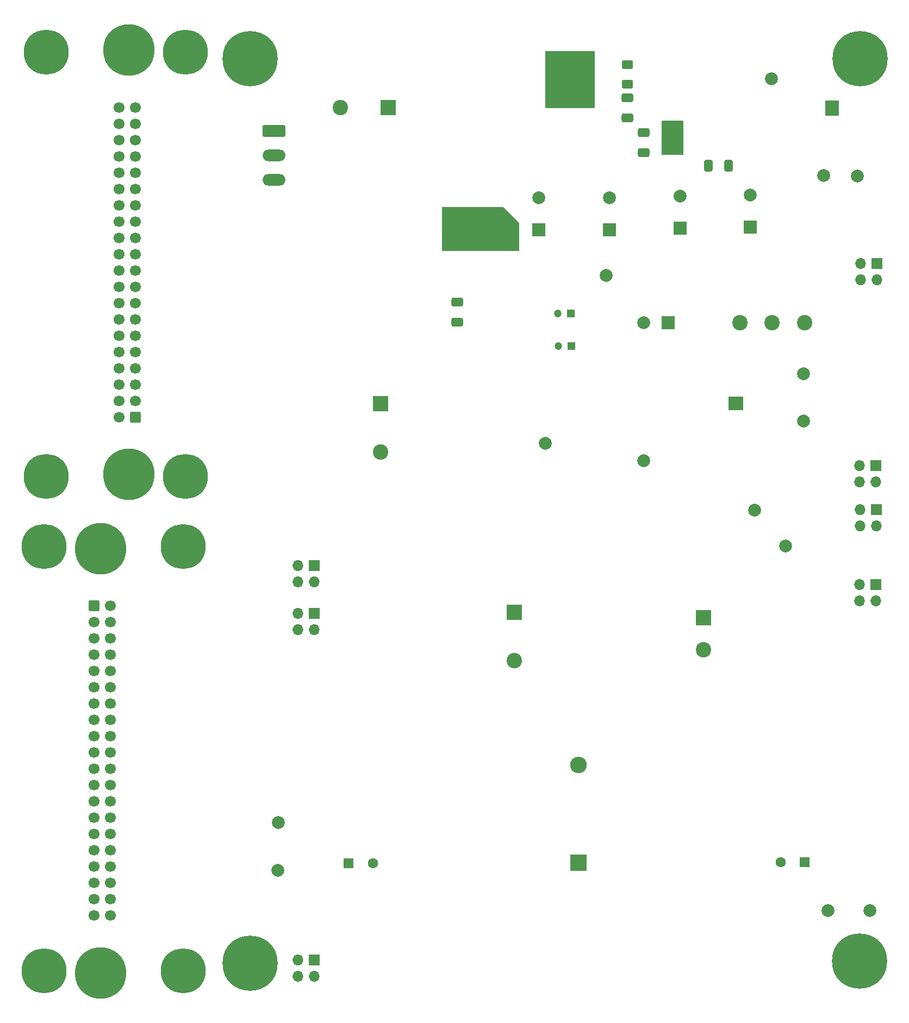
<source format=gbr>
%TF.GenerationSoftware,KiCad,Pcbnew,(7.0.0)*%
%TF.CreationDate,2024-10-30T08:51:02+03:30*%
%TF.ProjectId,tester supply,74657374-6572-4207-9375-70706c792e6b,rev?*%
%TF.SameCoordinates,Original*%
%TF.FileFunction,Soldermask,Bot*%
%TF.FilePolarity,Negative*%
%FSLAX46Y46*%
G04 Gerber Fmt 4.6, Leading zero omitted, Abs format (unit mm)*
G04 Created by KiCad (PCBNEW (7.0.0)) date 2024-10-30 08:51:02*
%MOMM*%
%LPD*%
G01*
G04 APERTURE LIST*
G04 Aperture macros list*
%AMRoundRect*
0 Rectangle with rounded corners*
0 $1 Rounding radius*
0 $2 $3 $4 $5 $6 $7 $8 $9 X,Y pos of 4 corners*
0 Add a 4 corners polygon primitive as box body*
4,1,4,$2,$3,$4,$5,$6,$7,$8,$9,$2,$3,0*
0 Add four circle primitives for the rounded corners*
1,1,$1+$1,$2,$3*
1,1,$1+$1,$4,$5*
1,1,$1+$1,$6,$7*
1,1,$1+$1,$8,$9*
0 Add four rect primitives between the rounded corners*
20,1,$1+$1,$2,$3,$4,$5,0*
20,1,$1+$1,$4,$5,$6,$7,0*
20,1,$1+$1,$6,$7,$8,$9,0*
20,1,$1+$1,$8,$9,$2,$3,0*%
G04 Aperture macros list end*
%ADD10C,0.800000*%
%ADD11C,7.000000*%
%ADD12RoundRect,0.250000X-0.600000X-0.600000X0.600000X-0.600000X0.600000X0.600000X-0.600000X0.600000X0*%
%ADD13C,1.700000*%
%ADD14C,8.000000*%
%ADD15RoundRect,0.250000X0.600000X0.600000X-0.600000X0.600000X-0.600000X-0.600000X0.600000X-0.600000X0*%
%ADD16C,2.000000*%
%ADD17R,1.700000X1.700000*%
%ADD18O,1.700000X1.700000*%
%ADD19C,0.900000*%
%ADD20C,8.600000*%
%ADD21R,2.600000X2.600000*%
%ADD22O,2.600000X2.600000*%
%ADD23RoundRect,0.250000X-1.550000X0.650000X-1.550000X-0.650000X1.550000X-0.650000X1.550000X0.650000X0*%
%ADD24O,3.600000X1.800000*%
%ADD25R,1.200000X1.200000*%
%ADD26C,1.200000*%
%ADD27RoundRect,0.250000X0.650000X-0.412500X0.650000X0.412500X-0.650000X0.412500X-0.650000X-0.412500X0*%
%ADD28R,2.400000X2.400000*%
%ADD29C,2.400000*%
%ADD30RoundRect,0.250000X-0.412500X-0.650000X0.412500X-0.650000X0.412500X0.650000X-0.412500X0.650000X0*%
%ADD31R,2.000000X2.000000*%
%ADD32R,1.600000X1.600000*%
%ADD33C,1.600000*%
%ADD34RoundRect,0.250000X0.625000X-0.400000X0.625000X0.400000X-0.625000X0.400000X-0.625000X-0.400000X0*%
%ADD35RoundRect,0.250000X-0.650000X0.412500X-0.650000X-0.412500X0.650000X-0.412500X0.650000X0.412500X0*%
G04 APERTURE END LIST*
D10*
%TO.C,H2*%
X151965000Y-174295000D03*
X150108845Y-173526155D03*
X153821155Y-173526155D03*
X149340000Y-171670000D03*
D11*
X151965000Y-171670000D03*
D10*
X154590000Y-171670000D03*
X150108845Y-169813845D03*
X153821155Y-169813845D03*
X151965000Y-169045000D03*
%TD*%
%TO.C,H1*%
X130340000Y-174300000D03*
X128483845Y-173531155D03*
X132196155Y-173531155D03*
X127715000Y-171675000D03*
D11*
X130340000Y-171675000D03*
D10*
X132965000Y-171675000D03*
X128483845Y-169818845D03*
X132196155Y-169818845D03*
X130340000Y-169050000D03*
%TD*%
%TO.C,H3*%
X130340000Y-108180000D03*
X128483845Y-107411155D03*
X132196155Y-107411155D03*
X127715000Y-105555000D03*
D11*
X130340000Y-105555000D03*
D10*
X132965000Y-105555000D03*
X128483845Y-103698845D03*
X132196155Y-103698845D03*
X130340000Y-102930000D03*
%TD*%
%TO.C,H4*%
X151965000Y-108155000D03*
X150108845Y-107386155D03*
X153821155Y-107386155D03*
X149340000Y-105530000D03*
D11*
X151965000Y-105530000D03*
D10*
X154590000Y-105530000D03*
X150108845Y-103673845D03*
X153821155Y-103673845D03*
X151965000Y-102905000D03*
%TD*%
D12*
%TO.C,J1*%
X138140000Y-114790000D03*
D13*
X140680000Y-114790000D03*
X138140000Y-117330000D03*
X140680000Y-117330000D03*
X138140000Y-119870000D03*
X140680000Y-119870000D03*
X138140000Y-122410000D03*
X140680000Y-122410000D03*
X138140000Y-124950000D03*
X140680000Y-124950000D03*
X138140000Y-127490000D03*
X140680000Y-127490000D03*
X138140000Y-130030000D03*
X140680000Y-130030000D03*
X138140000Y-132570000D03*
X140680000Y-132570000D03*
X138140000Y-135110000D03*
X140680000Y-135110000D03*
X138140000Y-137650000D03*
X140680000Y-137650000D03*
X138140000Y-140190000D03*
X140680000Y-140190000D03*
X138140000Y-142730000D03*
X140680000Y-142730000D03*
X138140000Y-145270000D03*
X140680000Y-145270000D03*
X138140000Y-147810000D03*
X140680000Y-147810000D03*
X138140000Y-150350000D03*
X140680000Y-150350000D03*
X138140000Y-152890000D03*
X140680000Y-152890000D03*
X138140000Y-155430000D03*
X140680000Y-155430000D03*
X138140000Y-157970000D03*
X140680000Y-157970000D03*
X138140000Y-160510000D03*
X140680000Y-160510000D03*
X138140000Y-163050000D03*
X140680000Y-163050000D03*
D14*
X139160000Y-105850000D03*
X139160000Y-171990000D03*
%TD*%
D10*
%TO.C,H2*%
X130695000Y-25865000D03*
X132551155Y-26633845D03*
X128838845Y-26633845D03*
X133320000Y-28490000D03*
D11*
X130695000Y-28490000D03*
D10*
X128070000Y-28490000D03*
X132551155Y-30346155D03*
X128838845Y-30346155D03*
X130695000Y-31115000D03*
%TD*%
%TO.C,H1*%
X152320000Y-25860000D03*
X154176155Y-26628845D03*
X150463845Y-26628845D03*
X154945000Y-28485000D03*
D11*
X152320000Y-28485000D03*
D10*
X149695000Y-28485000D03*
X154176155Y-30341155D03*
X150463845Y-30341155D03*
X152320000Y-31110000D03*
%TD*%
%TO.C,H3*%
X152320000Y-91980000D03*
X154176155Y-92748845D03*
X150463845Y-92748845D03*
X154945000Y-94605000D03*
D11*
X152320000Y-94605000D03*
D10*
X149695000Y-94605000D03*
X154176155Y-96461155D03*
X150463845Y-96461155D03*
X152320000Y-97230000D03*
%TD*%
%TO.C,H4*%
X130695000Y-92005000D03*
X132551155Y-92773845D03*
X128838845Y-92773845D03*
X133320000Y-94630000D03*
D11*
X130695000Y-94630000D03*
D10*
X128070000Y-94630000D03*
X132551155Y-96486155D03*
X128838845Y-96486155D03*
X130695000Y-97255000D03*
%TD*%
D15*
%TO.C,J1*%
X144520000Y-85370000D03*
D13*
X141980000Y-85370000D03*
X144520000Y-82830000D03*
X141980000Y-82830000D03*
X144520000Y-80290000D03*
X141980000Y-80290000D03*
X144520000Y-77750000D03*
X141980000Y-77750000D03*
X144520000Y-75210000D03*
X141980000Y-75210000D03*
X144520000Y-72670000D03*
X141980000Y-72670000D03*
X144520000Y-70130000D03*
X141980000Y-70130000D03*
X144520000Y-67590000D03*
X141980000Y-67590000D03*
X144520000Y-65050000D03*
X141980000Y-65050000D03*
X144520000Y-62510000D03*
X141980000Y-62510000D03*
X144520000Y-59970000D03*
X141980000Y-59970000D03*
X144520000Y-57430000D03*
X141980000Y-57430000D03*
X144520000Y-54890000D03*
X141980000Y-54890000D03*
X144520000Y-52350000D03*
X141980000Y-52350000D03*
X144520000Y-49810000D03*
X141980000Y-49810000D03*
X144520000Y-47270000D03*
X141980000Y-47270000D03*
X144520000Y-44730000D03*
X141980000Y-44730000D03*
X144520000Y-42190000D03*
X141980000Y-42190000D03*
X144520000Y-39650000D03*
X141980000Y-39650000D03*
X144520000Y-37110000D03*
X141980000Y-37110000D03*
D14*
X143500000Y-94310000D03*
X143500000Y-28170000D03*
%TD*%
D16*
%TO.C,TP10*%
X166800000Y-148580000D03*
%TD*%
D17*
%TO.C,J16*%
X259914999Y-99764999D03*
D18*
X257374999Y-99764999D03*
X259914999Y-102304999D03*
X257374999Y-102304999D03*
%TD*%
D19*
%TO.C,H3*%
X159175000Y-170480000D03*
X160119581Y-168199581D03*
X160119581Y-172760419D03*
X162400000Y-167255000D03*
D20*
X162400000Y-170480000D03*
D19*
X162400000Y-173705000D03*
X164680419Y-168199581D03*
X164680419Y-172760419D03*
X165625000Y-170480000D03*
%TD*%
%TO.C,H1*%
X254175000Y-29480000D03*
X255119581Y-27199581D03*
X255119581Y-31760419D03*
X257400000Y-26255000D03*
D20*
X257400000Y-29480000D03*
D19*
X257400000Y-32705000D03*
X259680419Y-27199581D03*
X259680419Y-31760419D03*
X260625000Y-29480000D03*
%TD*%
D16*
%TO.C,TP4*%
X251700000Y-47680000D03*
%TD*%
D19*
%TO.C,H2*%
X254135000Y-170175000D03*
X255079581Y-167894581D03*
X255079581Y-172455419D03*
X257360000Y-166950000D03*
D20*
X257360000Y-170175000D03*
D19*
X257360000Y-173400000D03*
X259640419Y-167894581D03*
X259640419Y-172455419D03*
X260585000Y-170175000D03*
%TD*%
D17*
%TO.C,J20*%
X172399999Y-108479999D03*
D18*
X169859999Y-108479999D03*
X172399999Y-111019999D03*
X169859999Y-111019999D03*
%TD*%
D17*
%TO.C,J19*%
X172399999Y-169979999D03*
D18*
X169859999Y-169979999D03*
X172399999Y-172519999D03*
X169859999Y-172519999D03*
%TD*%
D21*
%TO.C,D17*%
X213589999Y-154829999D03*
D22*
X213589999Y-139589999D03*
%TD*%
D16*
%TO.C,TP6*%
X257000000Y-47780000D03*
%TD*%
%TO.C,TP13*%
X208400000Y-89480000D03*
%TD*%
%TO.C,TP12*%
X223700000Y-92180000D03*
%TD*%
%TO.C,TP9*%
X258900000Y-162280000D03*
%TD*%
%TO.C,TP3*%
X248600000Y-78580000D03*
%TD*%
%TO.C,TP5*%
X252400000Y-162280000D03*
%TD*%
%TO.C,TP7*%
X248600000Y-85980000D03*
%TD*%
D19*
%TO.C,H4*%
X159175000Y-29480000D03*
X160119581Y-27199581D03*
X160119581Y-31760419D03*
X162400000Y-26255000D03*
D20*
X162400000Y-29480000D03*
D19*
X162400000Y-32705000D03*
X164680419Y-27199581D03*
X164680419Y-31760419D03*
X165625000Y-29480000D03*
%TD*%
D23*
%TO.C,J6*%
X166132500Y-40725000D03*
D24*
X166132499Y-44534999D03*
X166132499Y-48344999D03*
%TD*%
D16*
%TO.C,TP2*%
X166700000Y-155980000D03*
%TD*%
%TO.C,TP14*%
X217900000Y-63280000D03*
%TD*%
%TO.C,TP11*%
X243577500Y-32640000D03*
%TD*%
D17*
%TO.C,J15*%
X259899999Y-92939999D03*
D18*
X257359999Y-92939999D03*
X259899999Y-95479999D03*
X257359999Y-95479999D03*
%TD*%
D17*
%TO.C,J2*%
X259899999Y-111479999D03*
D18*
X257359999Y-111479999D03*
X259899999Y-114019999D03*
X257359999Y-114019999D03*
%TD*%
D16*
%TO.C,TP1*%
X245800000Y-105480000D03*
%TD*%
%TO.C,TP8*%
X241000000Y-99880000D03*
%TD*%
D17*
%TO.C,J18*%
X259999999Y-61439999D03*
D18*
X257459999Y-61439999D03*
X259999999Y-63979999D03*
X257459999Y-63979999D03*
%TD*%
D17*
%TO.C,J17*%
X172424999Y-115954999D03*
D18*
X169884999Y-115954999D03*
X172424999Y-118494999D03*
X169884999Y-118494999D03*
%TD*%
D25*
%TO.C,C12*%
X212449999Y-74259999D03*
D26*
X210450000Y-74260000D03*
%TD*%
D27*
%TO.C,C7*%
X221150000Y-38710000D03*
X221150000Y-35585000D03*
%TD*%
D28*
%TO.C,C13*%
X233039999Y-116657538D03*
D29*
X233040000Y-121657539D03*
%TD*%
D30*
%TO.C,C45*%
X233797500Y-46140000D03*
X236922500Y-46140000D03*
%TD*%
D31*
%TO.C,C24*%
X207349999Y-56147499D03*
D16*
X207350000Y-51147500D03*
%TD*%
D25*
%TO.C,C11*%
X212342599Y-69209999D03*
D26*
X210342600Y-69210000D03*
%TD*%
D28*
%TO.C,C6*%
X183939999Y-37139999D03*
D29*
X176440000Y-37140000D03*
%TD*%
D28*
%TO.C,C5*%
X182729999Y-83307245D03*
D29*
X182730000Y-90807246D03*
%TD*%
D32*
%TO.C,C34*%
X248809999Y-154689999D03*
D33*
X245010000Y-154690000D03*
%TD*%
D31*
%TO.C,C26*%
X240349999Y-55715176D03*
D16*
X240350000Y-50715177D03*
%TD*%
D34*
%TO.C,R5*%
X221150000Y-33497500D03*
X221150000Y-30397500D03*
%TD*%
D35*
%TO.C,C8*%
X223750000Y-40985000D03*
X223750000Y-44110000D03*
%TD*%
D29*
%TO.C,SW1*%
X243732500Y-70652500D03*
X238732500Y-70652500D03*
X248732500Y-70652500D03*
D31*
X227482499Y-70652499D03*
D16*
X223732500Y-70652500D03*
%TD*%
D35*
%TO.C,C46*%
X194710000Y-67425000D03*
X194710000Y-70550000D03*
%TD*%
D31*
%TO.C,C25*%
X229349999Y-55915176D03*
D16*
X229350000Y-50915177D03*
%TD*%
D32*
%TO.C,C22*%
X177752499Y-154869999D03*
D33*
X181552500Y-154870000D03*
%TD*%
D31*
%TO.C,C28*%
X218349999Y-56147499D03*
D16*
X218350000Y-51147500D03*
%TD*%
D28*
%TO.C,C4*%
X203529999Y-115789999D03*
D29*
X203530000Y-123290000D03*
%TD*%
G36*
X239138000Y-82196613D02*
G01*
X239183387Y-82242000D01*
X239200000Y-82304000D01*
X239200000Y-84156000D01*
X239183387Y-84218000D01*
X239138000Y-84263387D01*
X239076000Y-84280000D01*
X237024000Y-84280000D01*
X236962000Y-84263387D01*
X236916613Y-84218000D01*
X236900000Y-84156000D01*
X236900000Y-82304000D01*
X236916613Y-82242000D01*
X236962000Y-82196613D01*
X237024000Y-82180000D01*
X239076000Y-82180000D01*
X239138000Y-82196613D01*
G37*
G36*
X254038000Y-35996613D02*
G01*
X254083387Y-36042000D01*
X254100000Y-36104000D01*
X254100000Y-38256000D01*
X254083387Y-38318000D01*
X254038000Y-38363387D01*
X253976000Y-38380000D01*
X252124000Y-38380000D01*
X252062000Y-38363387D01*
X252016613Y-38318000D01*
X252000000Y-38256000D01*
X252000000Y-36104000D01*
X252016613Y-36042000D01*
X252062000Y-35996613D01*
X252124000Y-35980000D01*
X253976000Y-35980000D01*
X254038000Y-35996613D01*
G37*
G36*
X216038000Y-28296613D02*
G01*
X216083387Y-28342000D01*
X216100000Y-28404000D01*
X216100000Y-37028638D01*
X216090561Y-37076091D01*
X216063681Y-37116319D01*
X216036319Y-37143681D01*
X215996091Y-37170561D01*
X215948638Y-37180000D01*
X208524000Y-37180000D01*
X208462000Y-37163387D01*
X208416613Y-37118000D01*
X208400000Y-37056000D01*
X208400000Y-28404000D01*
X208416613Y-28342000D01*
X208462000Y-28296613D01*
X208524000Y-28280000D01*
X215976000Y-28280000D01*
X216038000Y-28296613D01*
G37*
G36*
X229838000Y-39196613D02*
G01*
X229883387Y-39242000D01*
X229900000Y-39304000D01*
X229900000Y-44356000D01*
X229883387Y-44418000D01*
X229838000Y-44463387D01*
X229776000Y-44480000D01*
X226624000Y-44480000D01*
X226562000Y-44463387D01*
X226516613Y-44418000D01*
X226500000Y-44356000D01*
X226500000Y-39304000D01*
X226516613Y-39242000D01*
X226562000Y-39196613D01*
X226624000Y-39180000D01*
X229776000Y-39180000D01*
X229838000Y-39196613D01*
G37*
G36*
X201796091Y-52589439D02*
G01*
X201836319Y-52616319D01*
X204263681Y-55043681D01*
X204290561Y-55083909D01*
X204300000Y-55131362D01*
X204300000Y-59356000D01*
X204283387Y-59418000D01*
X204238000Y-59463387D01*
X204176000Y-59480000D01*
X192424000Y-59480000D01*
X192362000Y-59463387D01*
X192316613Y-59418000D01*
X192300000Y-59356000D01*
X192300000Y-52704000D01*
X192316613Y-52642000D01*
X192362000Y-52596613D01*
X192424000Y-52580000D01*
X201748638Y-52580000D01*
X201796091Y-52589439D01*
G37*
M02*

</source>
